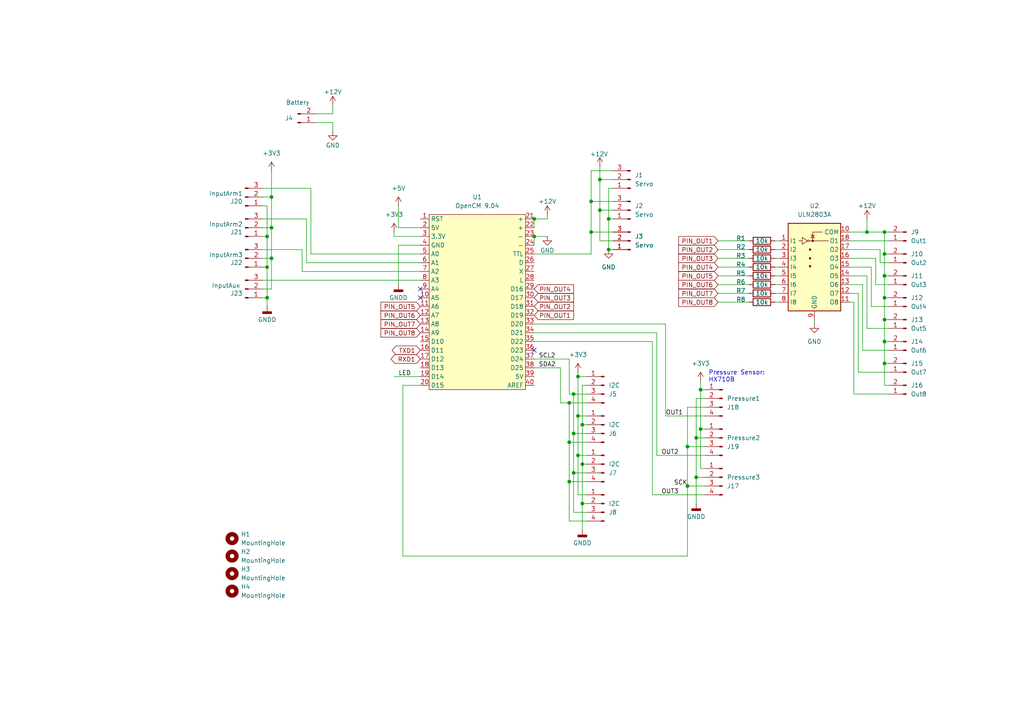
<source format=kicad_sch>
(kicad_sch (version 20231120) (generator "eeschema") (generator_version "8.0")
  (paper "A4")
  (lib_symbols
    (symbol "Connector:Conn_01x02_Pin" (pin_names (offset 1.016) hide)
      (property "Reference" "J" (at 0 2.54 0))
      (property "Value" "Conn_01x02_Pin" (at 0 -5.08 0))
      (symbol "Conn_01x02_Pin_1_1"
        (polyline (pts (xy 1.27 -2.54) (xy 0.8636 -2.54)) (stroke (width 0.1524)))
        (polyline (pts (xy 1.27 0) (xy 0.8636 0)) (stroke (width 0.1524)))
        (rectangle (start 0.8636 -2.413) (end 0 -2.667) (stroke (width 0.1524)) (fill (type outline)))
        (rectangle (start 0.8636 0.127) (end 0 -0.127) (stroke (width 0.1524)) (fill (type outline)))
        (pin passive line (at 5.08 0 180) (length 3.81) (name "Pin_1") (number "1"))
        (pin passive line (at 5.08 -2.54 180) (length 3.81) (name "Pin_2") (number "2"))
      )
    )
    (symbol "Connector:Conn_01x03_Pin" (pin_names (offset 1.016) hide)
      (property "Reference" "J" (at 0 5.08 0))
      (property "Value" "Conn_01x03_Pin" (at 0 -5.08 0))
      (symbol "Conn_01x03_Pin_1_1"
        (polyline (pts (xy 1.27 -2.54) (xy 0.8636 -2.54)) (stroke (width 0.1524)))
        (polyline (pts (xy 1.27 0) (xy 0.8636 0)) (stroke (width 0.1524)))
        (polyline (pts (xy 1.27 2.54) (xy 0.8636 2.54)) (stroke (width 0.1524)))
        (rectangle (start 0.8636 -2.413) (end 0 -2.667) (stroke (width 0.1524)) (fill (type outline)))
        (rectangle (start 0.8636 0.127) (end 0 -0.127) (stroke (width 0.1524)) (fill (type outline)))
        (rectangle (start 0.8636 2.667) (end 0 2.413) (stroke (width 0.1524)) (fill (type outline)))
        (pin passive line (at 5.08 2.54 180) (length 3.81) (name "Pin_1") (number "1"))
        (pin passive line (at 5.08 0 180) (length 3.81) (name "Pin_2") (number "2"))
        (pin passive line (at 5.08 -2.54 180) (length 3.81) (name "Pin_3") (number "3"))
      )
    )
    (symbol "Connector:Conn_01x04_Pin" (pin_names (offset 1.016) hide)
      (property "Reference" "J" (at 0 5.08 0))
      (property "Value" "Conn_01x04_Pin" (at 0 -7.62 0))
      (symbol "Conn_01x04_Pin_1_1"
        (polyline (pts (xy 1.27 -5.08) (xy 0.8636 -5.08)) (stroke (width 0.1524)))
        (polyline (pts (xy 1.27 -2.54) (xy 0.8636 -2.54)) (stroke (width 0.1524)))
        (polyline (pts (xy 1.27 0) (xy 0.8636 0)) (stroke (width 0.1524)))
        (polyline (pts (xy 1.27 2.54) (xy 0.8636 2.54)) (stroke (width 0.1524)))
        (rectangle (start 0.8636 -4.953) (end 0 -5.207) (stroke (width 0.1524)) (fill (type outline)))
        (rectangle (start 0.8636 -2.413) (end 0 -2.667) (stroke (width 0.1524)) (fill (type outline)))
        (rectangle (start 0.8636 0.127) (end 0 -0.127) (stroke (width 0.1524)) (fill (type outline)))
        (rectangle (start 0.8636 2.667) (end 0 2.413) (stroke (width 0.1524)) (fill (type outline)))
        (pin passive line (at 5.08 2.54 180) (length 3.81) (name "Pin_1") (number "1"))
        (pin passive line (at 5.08 0 180) (length 3.81) (name "Pin_2") (number "2"))
        (pin passive line (at 5.08 -2.54 180) (length 3.81) (name "Pin_3") (number "3"))
        (pin passive line (at 5.08 -5.08 180) (length 3.81) (name "Pin_4") (number "4"))
      )
    )
    (symbol "Device:R" (pin_numbers hide) (pin_names (offset 0))
      (property "Reference" "R" (at 2.032 0 90))
      (property "Value" "R" (at 0 0 90))
      (symbol "R_0_1"
        (rectangle (start -1.016 -2.54) (end 1.016 2.54) (stroke (width 0.254)))
      )
      (symbol "R_1_1"
        (pin passive line (at 0 3.81 270) (length 1.27) (name "~") (number "1"))
        (pin passive line (at 0 -3.81 90) (length 1.27) (name "~") (number "2"))
      )
    )
    (symbol "Mechanical:MountingHole" (pin_names (offset 1.016)) (exclude_from_sim yes) (in_bom no)
      (property "Reference" "H" (at 0 5.08 0))
      (property "Value" "MountingHole" (at 0 3.175 0))
      (symbol "MountingHole_0_1"
        (circle (center 0 0) (radius 1.27) (stroke (width 1.27)))
      )
    )
    (symbol "OpenCM:OpenCM9.04"
      (property "Reference" "U?" (at 0 0 0))
      (property "Value" "OpenCM 9.04" (at 0.254 -2.286 0))
      (symbol "OpenCM9.04_1_1"
        (rectangle (start -13.97 1.27) (end 13.97 -49.53) (fill (type background)))
        (pin input line (at -16.51 0 0) (length 2.54) (name "RST") (number "1"))
        (pin bidirectional line (at -16.51 -22.86 0) (length 2.54) (name "A5") (number "10"))
        (pin bidirectional line (at -16.51 -25.4 0) (length 2.54) (name "A6") (number "11"))
        (pin bidirectional line (at -16.51 -27.94 0) (length 2.54) (name "A7") (number "12"))
        (pin bidirectional line (at -16.51 -30.48 0) (length 2.54) (name "A8") (number "13"))
        (pin bidirectional line (at -16.51 -33.02 0) (length 2.54) (name "A9") (number "14"))
        (pin bidirectional line (at -16.51 -35.56 0) (length 2.54) (name "D10") (number "15"))
        (pin bidirectional line (at -16.51 -38.1 0) (length 2.54) (name "D11") (number "16"))
        (pin bidirectional line (at -16.51 -40.64 0) (length 2.54) (name "D12") (number "17"))
        (pin bidirectional line (at -16.51 -43.18 0) (length 2.54) (name "D13") (number "18"))
        (pin bidirectional line (at -16.51 -45.72 0) (length 2.54) (name "D14") (number "19"))
        (pin power_out line (at -16.51 -2.54 0) (length 2.54) (name "5V") (number "2"))
        (pin bidirectional line (at -16.51 -48.26 0) (length 2.54) (name "D15") (number "20"))
        (pin power_in line (at 16.51 0 180) (length 2.54) (name "+") (number "21"))
        (pin power_in line (at 16.51 -2.54 180) (length 2.54) (name "+") (number "22"))
        (pin power_in line (at 16.51 -5.08 180) (length 2.54) (name "-") (number "23"))
        (pin power_in line (at 16.51 -7.62 180) (length 2.54) (name "-") (number "24"))
        (pin bidirectional line (at 16.51 -10.16 180) (length 2.54) (name "TTL") (number "25"))
        (pin bidirectional line (at 16.51 -12.7 180) (length 2.54) (name "D") (number "26"))
        (pin bidirectional line (at 16.51 -15.24 180) (length 2.54) (name "X") (number "27"))
        (pin bidirectional line (at 16.51 -17.78 180) (length 2.54) (name "L") (number "28"))
        (pin bidirectional line (at 16.51 -20.32 180) (length 2.54) (name "D16") (number "29"))
        (pin power_out line (at -16.51 -5.08 0) (length 2.54) (name "3.3V") (number "3"))
        (pin bidirectional line (at 16.51 -22.86 180) (length 2.54) (name "D17") (number "30"))
        (pin bidirectional line (at 16.51 -25.4 180) (length 2.54) (name "D18") (number "31"))
        (pin bidirectional line (at 16.51 -27.94 180) (length 2.54) (name "D19") (number "32"))
        (pin bidirectional line (at 16.51 -30.48 180) (length 2.54) (name "D20") (number "33"))
        (pin bidirectional line (at 16.51 -33.02 180) (length 2.54) (name "D21") (number "34"))
        (pin bidirectional line (at 16.51 -35.56 180) (length 2.54) (name "D22") (number "35"))
        (pin bidirectional line (at 16.51 -38.1 180) (length 2.54) (name "D23") (number "36"))
        (pin bidirectional line (at 16.51 -40.64 180) (length 2.54) (name "D24") (number "37"))
        (pin bidirectional line (at 16.51 -43.18 180) (length 2.54) (name "D25") (number "38"))
        (pin power_out line (at 16.51 -45.72 180) (length 2.54) (name "5V") (number "39"))
        (pin power_in line (at -16.51 -7.62 0) (length 2.54) (name "GND") (number "4"))
        (pin bidirectional line (at 16.51 -48.26 180) (length 2.54) (name "AREF") (number "40"))
        (pin bidirectional line (at -16.51 -10.16 0) (length 2.54) (name "A0") (number "5"))
        (pin bidirectional line (at -16.51 -12.7 0) (length 2.54) (name "A1") (number "6"))
        (pin bidirectional line (at -16.51 -15.24 0) (length 2.54) (name "A2") (number "7"))
        (pin bidirectional line (at -16.51 -17.78 0) (length 2.54) (name "A3") (number "8"))
        (pin bidirectional line (at -16.51 -20.32 0) (length 2.54) (name "A4") (number "9"))
      )
    )
    (symbol "Transistor_Array:ULN2803A"
      (property "Reference" "U" (at 0 13.335 0))
      (property "Value" "ULN2803A" (at 0 11.43 0))
      (symbol "ULN2803A_0_1"
        (rectangle (start -7.62 -15.24) (end 7.62 10.16) (stroke (width 0.254)) (fill (type background)))
        (circle (center -1.778 5.08) (radius 0.254))
        (circle (center -1.27 -2.286) (radius 0.254) (fill (type outline)))
        (circle (center -1.27 0) (radius 0.254) (fill (type outline)))
        (circle (center -1.27 2.54) (radius 0.254) (fill (type outline)))
        (circle (center -0.508 5.08) (radius 0.254) (fill (type outline)))
        (polyline (pts (xy -4.572 5.08) (xy -3.556 5.08)))
        (polyline (pts (xy -1.524 5.08) (xy 4.064 5.08)))
        (polyline (pts (xy 0 6.731) (xy -1.016 6.731)))
        (polyline (pts (xy -0.508 5.08) (xy -0.508 7.62) (xy 2.286 7.62)))
        (polyline (pts (xy -3.556 6.096) (xy -3.556 4.064) (xy -2.032 5.08) (xy -3.556 6.096)))
        (polyline (pts (xy 0 5.969) (xy -1.016 5.969) (xy -0.508 6.731) (xy 0 5.969)))
      )
      (symbol "ULN2803A_1_1"
        (pin input line (at -10.16 5.08 0) (length 2.54) (name "I1") (number "1"))
        (pin passive line (at 10.16 7.62 180) (length 2.54) (name "COM") (number "10"))
        (pin open_collector line (at 10.16 -12.7 180) (length 2.54) (name "O8") (number "11"))
        (pin open_collector line (at 10.16 -10.16 180) (length 2.54) (name "O7") (number "12"))
        (pin open_collector line (at 10.16 -7.62 180) (length 2.54) (name "O6") (number "13"))
        (pin open_collector line (at 10.16 -5.08 180) (length 2.54) (name "O5") (number "14"))
        (pin open_collector line (at 10.16 -2.54 180) (length 2.54) (name "O4") (number "15"))
        (pin open_collector line (at 10.16 0 180) (length 2.54) (name "O3") (number "16"))
        (pin open_collector line (at 10.16 2.54 180) (length 2.54) (name "O2") (number "17"))
        (pin open_collector line (at 10.16 5.08 180) (length 2.54) (name "O1") (number "18"))
        (pin input line (at -10.16 2.54 0) (length 2.54) (name "I2") (number "2"))
        (pin input line (at -10.16 0 0) (length 2.54) (name "I3") (number "3"))
        (pin input line (at -10.16 -2.54 0) (length 2.54) (name "I4") (number "4"))
        (pin input line (at -10.16 -5.08 0) (length 2.54) (name "I5") (number "5"))
        (pin input line (at -10.16 -7.62 0) (length 2.54) (name "I6") (number "6"))
        (pin input line (at -10.16 -10.16 0) (length 2.54) (name "I7") (number "7"))
        (pin input line (at -10.16 -12.7 0) (length 2.54) (name "I8") (number "8"))
        (pin power_in line (at 0 -17.78 90) (length 2.54) (name "GND") (number "9"))
      )
    )
    (symbol "power:+12V" (power) (pin_numbers hide) (pin_names (offset 0) hide)
      (property "Value" "+12V" (at 0 3.556 0))
      (symbol "+12V_0_1"
        (polyline (pts (xy -0.762 1.27) (xy 0 2.54)))
        (polyline (pts (xy 0 0) (xy 0 2.54)))
        (polyline (pts (xy 0 2.54) (xy 0.762 1.27)))
      )
      (symbol "+12V_1_1"
        (pin power_in line (at 0 0 90) (length 0) (name "~") (number "1"))
      )
    )
    (symbol "power:+3V3" (power) (pin_numbers hide) (pin_names (offset 0) hide)
      (property "Value" "+3V3" (at 0 3.556 0))
      (symbol "+3V3_0_1"
        (polyline (pts (xy -0.762 1.27) (xy 0 2.54)))
        (polyline (pts (xy 0 0) (xy 0 2.54)))
        (polyline (pts (xy 0 2.54) (xy 0.762 1.27)))
      )
      (symbol "+3V3_1_1"
        (pin power_in line (at 0 0 90) (length 0) (name "~") (number "1"))
      )
    )
    (symbol "power:+5V" (power) (pin_numbers hide) (pin_names (offset 0) hide)
      (property "Value" "+5V" (at 0 3.556 0))
      (symbol "+5V_0_1"
        (polyline (pts (xy -0.762 1.27) (xy 0 2.54)))
        (polyline (pts (xy 0 0) (xy 0 2.54)))
        (polyline (pts (xy 0 2.54) (xy 0.762 1.27)))
      )
      (symbol "+5V_1_1"
        (pin power_in line (at 0 0 90) (length 0) (name "~") (number "1"))
      )
    )
    (symbol "power:GND" (power) (pin_numbers hide) (pin_names (offset 0) hide)
      (property "Value" "GND" (at 0 -3.81 0))
      (symbol "GND_0_1"
        (polyline (pts (xy 0 0) (xy 0 -1.27) (xy 1.27 -1.27) (xy 0 -2.54) (xy -1.27 -1.27) (xy 0 -1.27)))
      )
      (symbol "GND_1_1"
        (pin power_in line (at 0 0 270) (length 0) (name "~") (number "1"))
      )
    )
    (symbol "power:GNDD" (power) (pin_numbers hide) (pin_names (offset 0) hide)
      (property "Value" "GNDD" (at 0 -3.175 0))
      (symbol "GNDD_0_1"
        (rectangle (start -1.27 -1.524) (end 1.27 -2.032) (stroke (width 0.254)) (fill (type outline)))
        (polyline (pts (xy 0 0) (xy 0 -1.524)))
      )
      (symbol "GNDD_1_1"
        (pin power_in line (at 0 0 270) (length 0) (name "~") (number "1"))
      )
    )
  )
  (junction (at 165.1 128.27))
  (junction (at 256.54 73.66))
  (junction (at 256.54 99.06))
  (junction (at 168.91 134.62))
  (junction (at 165.1 116.84))
  (junction (at 256.54 80.01))
  (junction (at 165.1 139.7))
  (junction (at 176.53 63.5))
  (junction (at 256.54 86.36))
  (junction (at 201.93 138.43))
  (junction (at 166.37 125.73))
  (junction (at 78.74 57.15))
  (junction (at 176.53 72.39))
  (junction (at 201.93 127))
  (junction (at 168.91 123.19))
  (junction (at 171.45 67.31))
  (junction (at 171.45 58.42))
  (junction (at 77.47 68.58))
  (junction (at 166.37 114.3))
  (junction (at 199.39 140.97))
  (junction (at 199.39 129.54))
  (junction (at 167.64 109.22))
  (junction (at 167.64 132.08))
  (junction (at 78.74 66.04))
  (junction (at 256.54 105.41))
  (junction (at 154.94 68.58))
  (junction (at 256.54 92.71))
  (junction (at 251.46 67.31))
  (junction (at 154.94 63.5))
  (junction (at 168.91 146.05))
  (junction (at 203.2 113.03))
  (junction (at 167.64 120.65))
  (junction (at 173.99 52.07))
  (junction (at 203.2 124.46))
  (junction (at 166.37 137.16))
  (junction (at 77.47 86.36))
  (junction (at 173.99 60.96))
  (junction (at 78.74 74.93))
  (junction (at 256.54 67.31))
  (junction (at 77.47 77.47))
  (no_connect (at 121.92 86.36))
  (no_connect (at 121.92 83.82))
  (no_connect (at 154.94 101.6))
  (wire (pts (xy 77.47 86.36) (xy 77.47 77.47)))
  (wire (pts (xy 166.37 114.3) (xy 170.18 114.3)))
  (wire (pts (xy 203.2 113.03) (xy 203.2 124.46)))
  (wire (pts (xy 90.17 73.66) (xy 121.92 73.66)))
  (wire (pts (xy 76.2 83.82) (xy 78.74 83.82)))
  (wire (pts (xy 88.9 76.2) (xy 121.92 76.2)))
  (wire (pts (xy 76.2 63.5) (xy 88.9 63.5)))
  (wire (pts (xy 246.38 87.63) (xy 247.65 87.63)))
  (wire (pts (xy 208.28 82.55) (xy 217.17 82.55)))
  (wire (pts (xy 255.27 72.39) (xy 255.27 76.2)))
  (wire (pts (xy 114.3 109.22) (xy 121.92 109.22)))
  (wire (pts (xy 208.28 77.47) (xy 217.17 77.47)))
  (wire (pts (xy 247.65 114.3) (xy 247.65 87.63)))
  (wire (pts (xy 257.81 111.76) (xy 256.54 111.76)))
  (wire (pts (xy 189.23 99.06) (xy 154.94 99.06)))
  (wire (pts (xy 162.56 116.84) (xy 165.1 116.84)))
  (wire (pts (xy 204.47 118.11) (xy 199.39 118.11)))
  (wire (pts (xy 236.22 92.71) (xy 236.22 93.98)))
  (wire (pts (xy 170.18 148.59) (xy 166.37 148.59)))
  (wire (pts (xy 165.1 128.27) (xy 170.18 128.27)))
  (wire (pts (xy 76.2 59.69) (xy 77.47 59.69)))
  (wire (pts (xy 170.18 137.16) (xy 166.37 137.16)))
  (wire (pts (xy 248.92 107.95) (xy 257.81 107.95)))
  (wire (pts (xy 256.54 80.01) (xy 256.54 73.66)))
  (wire (pts (xy 166.37 137.16) (xy 166.37 125.73)))
  (wire (pts (xy 190.5 132.08) (xy 204.47 132.08)))
  (wire (pts (xy 257.81 114.3) (xy 247.65 114.3)))
  (wire (pts (xy 224.79 74.93) (xy 226.06 74.93)))
  (wire (pts (xy 76.2 81.28) (xy 121.92 81.28)))
  (wire (pts (xy 173.99 69.85) (xy 177.8 69.85)))
  (wire (pts (xy 96.52 33.02) (xy 91.44 33.02)))
  (wire (pts (xy 224.79 80.01) (xy 226.06 80.01)))
  (wire (pts (xy 248.92 85.09) (xy 248.92 107.95)))
  (wire (pts (xy 78.74 57.15) (xy 78.74 49.53)))
  (wire (pts (xy 246.38 74.93) (xy 254 74.93)))
  (wire (pts (xy 201.93 138.43) (xy 201.93 127)))
  (wire (pts (xy 154.94 68.58) (xy 154.94 71.12)))
  (wire (pts (xy 114.3 68.58) (xy 121.92 68.58)))
  (wire (pts (xy 116.84 161.29) (xy 199.39 161.29)))
  (wire (pts (xy 165.1 116.84) (xy 170.18 116.84)))
  (wire (pts (xy 78.74 66.04) (xy 76.2 66.04)))
  (wire (pts (xy 96.52 35.56) (xy 96.52 38.1)))
  (wire (pts (xy 208.28 72.39) (xy 217.17 72.39)))
  (wire (pts (xy 166.37 114.3) (xy 166.37 125.73)))
  (wire (pts (xy 78.74 74.93) (xy 78.74 83.82)))
  (wire (pts (xy 171.45 49.53) (xy 171.45 58.42)))
  (wire (pts (xy 77.47 77.47) (xy 76.2 77.47)))
  (wire (pts (xy 176.53 63.5) (xy 177.8 63.5)))
  (wire (pts (xy 154.94 93.98) (xy 193.04 93.98)))
  (wire (pts (xy 251.46 95.25) (xy 251.46 80.01)))
  (wire (pts (xy 252.73 88.9) (xy 257.81 88.9)))
  (wire (pts (xy 177.8 49.53) (xy 171.45 49.53)))
  (wire (pts (xy 168.91 111.76) (xy 170.18 111.76)))
  (wire (pts (xy 165.1 116.84) (xy 165.1 128.27)))
  (wire (pts (xy 96.52 30.48) (xy 96.52 33.02)))
  (wire (pts (xy 203.2 110.49) (xy 203.2 113.03)))
  (wire (pts (xy 203.2 124.46) (xy 203.2 135.89)))
  (wire (pts (xy 251.46 67.31) (xy 256.54 67.31)))
  (wire (pts (xy 254 82.55) (xy 254 74.93)))
  (wire (pts (xy 176.53 72.39) (xy 176.53 63.5)))
  (wire (pts (xy 224.79 69.85) (xy 226.06 69.85)))
  (wire (pts (xy 78.74 57.15) (xy 78.74 66.04)))
  (wire (pts (xy 256.54 99.06) (xy 256.54 92.71)))
  (wire (pts (xy 176.53 63.5) (xy 176.53 54.61)))
  (wire (pts (xy 173.99 60.96) (xy 173.99 69.85)))
  (wire (pts (xy 116.84 111.76) (xy 116.84 161.29)))
  (wire (pts (xy 246.38 77.47) (xy 252.73 77.47)))
  (wire (pts (xy 257.81 82.55) (xy 254 82.55)))
  (wire (pts (xy 246.38 69.85) (xy 257.81 69.85)))
  (wire (pts (xy 77.47 68.58) (xy 76.2 68.58)))
  (wire (pts (xy 189.23 143.51) (xy 189.23 99.06)))
  (wire (pts (xy 256.54 92.71) (xy 256.54 86.36)))
  (wire (pts (xy 167.64 120.65) (xy 167.64 109.22)))
  (wire (pts (xy 154.94 104.14) (xy 165.1 104.14)))
  (wire (pts (xy 77.47 86.36) (xy 77.47 88.9)))
  (wire (pts (xy 224.79 72.39) (xy 226.06 72.39)))
  (wire (pts (xy 77.47 68.58) (xy 77.47 77.47)))
  (wire (pts (xy 87.63 72.39) (xy 76.2 72.39)))
  (wire (pts (xy 199.39 129.54) (xy 199.39 140.97)))
  (wire (pts (xy 257.81 95.25) (xy 251.46 95.25)))
  (wire (pts (xy 251.46 63.5) (xy 251.46 67.31)))
  (wire (pts (xy 171.45 58.42) (xy 177.8 58.42)))
  (wire (pts (xy 167.64 143.51) (xy 167.64 132.08)))
  (wire (pts (xy 208.28 74.93) (xy 217.17 74.93)))
  (wire (pts (xy 165.1 114.3) (xy 165.1 104.14)))
  (wire (pts (xy 256.54 86.36) (xy 257.81 86.36)))
  (wire (pts (xy 115.57 71.12) (xy 121.92 71.12)))
  (wire (pts (xy 76.2 86.36) (xy 77.47 86.36)))
  (wire (pts (xy 171.45 67.31) (xy 171.45 58.42)))
  (wire (pts (xy 154.94 96.52) (xy 190.5 96.52)))
  (wire (pts (xy 166.37 114.3) (xy 165.1 114.3)))
  (wire (pts (xy 201.93 146.05) (xy 201.93 138.43)))
  (wire (pts (xy 256.54 111.76) (xy 256.54 105.41)))
  (wire (pts (xy 224.79 77.47) (xy 226.06 77.47)))
  (wire (pts (xy 171.45 73.66) (xy 171.45 67.31)))
  (wire (pts (xy 224.79 82.55) (xy 226.06 82.55)))
  (wire (pts (xy 170.18 120.65) (xy 167.64 120.65)))
  (wire (pts (xy 201.93 115.57) (xy 204.47 115.57)))
  (wire (pts (xy 78.74 66.04) (xy 78.74 74.93)))
  (wire (pts (xy 204.47 143.51) (xy 189.23 143.51)))
  (wire (pts (xy 115.57 82.55) (xy 115.57 71.12)))
  (wire (pts (xy 251.46 80.01) (xy 246.38 80.01)))
  (wire (pts (xy 167.64 109.22) (xy 167.64 107.95)))
  (wire (pts (xy 256.54 67.31) (xy 257.81 67.31)))
  (wire (pts (xy 224.79 85.09) (xy 226.06 85.09)))
  (wire (pts (xy 208.28 85.09) (xy 217.17 85.09)))
  (wire (pts (xy 167.64 132.08) (xy 167.64 120.65)))
  (wire (pts (xy 250.19 101.6) (xy 257.81 101.6)))
  (wire (pts (xy 256.54 86.36) (xy 256.54 80.01)))
  (wire (pts (xy 154.94 68.58) (xy 158.75 68.58)))
  (wire (pts (xy 165.1 151.13) (xy 165.1 139.7)))
  (wire (pts (xy 199.39 118.11) (xy 199.39 129.54)))
  (wire (pts (xy 176.53 54.61) (xy 177.8 54.61)))
  (wire (pts (xy 201.93 127) (xy 201.93 115.57)))
  (wire (pts (xy 173.99 60.96) (xy 177.8 60.96)))
  (wire (pts (xy 165.1 139.7) (xy 165.1 128.27)))
  (wire (pts (xy 199.39 161.29) (xy 199.39 140.97)))
  (wire (pts (xy 168.91 134.62) (xy 168.91 123.19)))
  (wire (pts (xy 76.2 57.15) (xy 78.74 57.15)))
  (wire (pts (xy 168.91 146.05) (xy 168.91 153.67)))
  (wire (pts (xy 177.8 72.39) (xy 176.53 72.39)))
  (wire (pts (xy 162.56 106.68) (xy 154.94 106.68)))
  (wire (pts (xy 76.2 54.61) (xy 90.17 54.61)))
  (wire (pts (xy 256.54 99.06) (xy 257.81 99.06)))
  (wire (pts (xy 201.93 127) (xy 204.47 127)))
  (wire (pts (xy 190.5 96.52) (xy 190.5 132.08)))
  (wire (pts (xy 193.04 120.65) (xy 204.47 120.65)))
  (wire (pts (xy 177.8 52.07) (xy 173.99 52.07)))
  (wire (pts (xy 208.28 87.63) (xy 217.17 87.63)))
  (wire (pts (xy 170.18 151.13) (xy 165.1 151.13)))
  (wire (pts (xy 158.75 63.5) (xy 158.75 62.23)))
  (wire (pts (xy 90.17 54.61) (xy 90.17 73.66)))
  (wire (pts (xy 246.38 72.39) (xy 255.27 72.39)))
  (wire (pts (xy 154.94 73.66) (xy 171.45 73.66)))
  (wire (pts (xy 173.99 52.07) (xy 173.99 48.26)))
  (wire (pts (xy 87.63 78.74) (xy 121.92 78.74)))
  (wire (pts (xy 173.99 52.07) (xy 173.99 60.96)))
  (wire (pts (xy 204.47 124.46) (xy 203.2 124.46)))
  (wire (pts (xy 154.94 63.5) (xy 158.75 63.5)))
  (wire (pts (xy 115.57 59.69) (xy 115.57 66.04)))
  (wire (pts (xy 87.63 72.39) (xy 87.63 78.74)))
  (wire (pts (xy 168.91 123.19) (xy 170.18 123.19)))
  (wire (pts (xy 170.18 125.73) (xy 166.37 125.73)))
  (wire (pts (xy 204.47 113.03) (xy 203.2 113.03)))
  (wire (pts (xy 78.74 74.93) (xy 76.2 74.93)))
  (wire (pts (xy 165.1 139.7) (xy 170.18 139.7)))
  (wire (pts (xy 246.38 67.31) (xy 251.46 67.31)))
  (wire (pts (xy 256.54 73.66) (xy 257.81 73.66)))
  (wire (pts (xy 252.73 77.47) (xy 252.73 88.9)))
  (wire (pts (xy 121.92 111.76) (xy 116.84 111.76)))
  (wire (pts (xy 166.37 148.59) (xy 166.37 137.16)))
  (wire (pts (xy 168.91 146.05) (xy 168.91 134.62)))
  (wire (pts (xy 255.27 76.2) (xy 257.81 76.2)))
  (wire (pts (xy 199.39 140.97) (xy 204.47 140.97)))
  (wire (pts (xy 203.2 135.89) (xy 204.47 135.89)))
  (wire (pts (xy 170.18 146.05) (xy 168.91 146.05)))
  (wire (pts (xy 170.18 132.08) (xy 167.64 132.08)))
  (wire (pts (xy 256.54 73.66) (xy 256.54 67.31)))
  (wire (pts (xy 246.38 85.09) (xy 248.92 85.09)))
  (wire (pts (xy 256.54 105.41) (xy 257.81 105.41)))
  (wire (pts (xy 115.57 66.04) (xy 121.92 66.04)))
  (wire (pts (xy 88.9 63.5) (xy 88.9 76.2)))
  (wire (pts (xy 199.39 129.54) (xy 204.47 129.54)))
  (wire (pts (xy 168.91 123.19) (xy 168.91 111.76)))
  (wire (pts (xy 201.93 138.43) (xy 204.47 138.43)))
  (wire (pts (xy 208.28 80.01) (xy 217.17 80.01)))
  (wire (pts (xy 256.54 80.01) (xy 257.81 80.01)))
  (wire (pts (xy 162.56 116.84) (xy 162.56 106.68)))
  (wire (pts (xy 256.54 105.41) (xy 256.54 99.06)))
  (wire (pts (xy 170.18 109.22) (xy 167.64 109.22)))
  (wire (pts (xy 170.18 143.51) (xy 167.64 143.51)))
  (wire (pts (xy 114.3 67.31) (xy 114.3 68.58)))
  (wire (pts (xy 177.8 67.31) (xy 171.45 67.31)))
  (wire (pts (xy 246.38 82.55) (xy 250.19 82.55)))
  (wire (pts (xy 224.79 87.63) (xy 226.06 87.63)))
  (wire (pts (xy 154.94 63.5) (xy 154.94 66.04)))
  (wire (pts (xy 250.19 82.55) (xy 250.19 101.6)))
  (wire (pts (xy 193.04 120.65) (xy 193.04 93.98)))
  (wire (pts (xy 77.47 59.69) (xy 77.47 68.58)))
  (wire (pts (xy 256.54 92.71) (xy 257.81 92.71)))
  (wire (pts (xy 168.91 134.62) (xy 170.18 134.62)))
  (wire (pts (xy 208.28 69.85) (xy 217.17 69.85)))
  (wire (pts (xy 91.44 35.56) (xy 96.52 35.56)))
  (text "Pressure Sensor:\nHX710B" (at 205.486 109.22 0) (effects (font (size 1.27 1.27)) (justify left)))
  (label "SCK" (at 199.39 140.97 180))
  (label "OUT3" (at 196.85 143.51 180))
  (label "LED" (at 115.57 109.22 0))
  (label "OUT1" (at 198.12 120.65 180))
  (label "SCL2" (at 156.21 104.14 0))
  (label "SDA2" (at 156.21 106.68 0))
  (label "OUT2" (at 196.85 132.08 180))
  (global_label "PIN_OUT2" (shape input) (at 154.94 88.9 0) (property "Intersheetrefs" "${INTERSHEET_REFS}" (effects (hide yes))))
  (global_label "PIN_OUT1" (shape input) (at 154.94 91.44 0) (property "Intersheetrefs" "${INTERSHEET_REFS}" (effects (hide yes))))
  (global_label "PIN_OUT3" (shape input) (at 208.28 74.93 180) (property "Intersheetrefs" "${INTERSHEET_REFS}" (effects (hide yes))))
  (global_label "TXD1" (shape bidirectional) (at 121.92 101.6 180) (property "Intersheetrefs" "${INTERSHEET_REFS}" (effects (hide yes))))
  (global_label "PIN_OUT7" (shape input) (at 121.92 93.98 180) (property "Intersheetrefs" "${INTERSHEET_REFS}" (effects (hide yes))))
  (global_label "PIN_OUT4" (shape input) (at 154.94 83.82 0) (property "Intersheetrefs" "${INTERSHEET_REFS}" (effects (hide yes))))
  (global_label "PIN_OUT6" (shape input) (at 121.92 91.44 180) (property "Intersheetrefs" "${INTERSHEET_REFS}" (effects (hide yes))))
  (global_label "PIN_OUT3" (shape input) (at 154.94 86.36 0) (property "Intersheetrefs" "${INTERSHEET_REFS}" (effects (hide yes))))
  (global_label "PIN_OUT4" (shape input) (at 208.28 77.47 180) (property "Intersheetrefs" "${INTERSHEET_REFS}" (effects (hide yes))))
  (global_label "PIN_OUT5" (shape input) (at 121.92 88.9 180) (property "Intersheetrefs" "${INTERSHEET_REFS}" (effects (hide yes))))
  (global_label "PIN_OUT5" (shape input) (at 208.28 80.01 180) (property "Intersheetrefs" "${INTERSHEET_REFS}" (effects (hide yes))))
  (global_label "RXD1" (shape bidirectional) (at 121.92 104.14 180) (property "Intersheetrefs" "${INTERSHEET_REFS}" (effects (hide yes))))
  (global_label "PIN_OUT2" (shape input) (at 208.28 72.39 180) (property "Intersheetrefs" "${INTERSHEET_REFS}" (effects (hide yes))))
  (global_label "PIN_OUT8" (shape input) (at 208.28 87.63 180) (property "Intersheetrefs" "${INTERSHEET_REFS}" (effects (hide yes))))
  (global_label "PIN_OUT7" (shape input) (at 208.28 85.09 180) (property "Intersheetrefs" "${INTERSHEET_REFS}" (effects (hide yes))))
  (global_label "PIN_OUT6" (shape input) (at 208.28 82.55 180) (property "Intersheetrefs" "${INTERSHEET_REFS}" (effects (hide yes))))
  (global_label "PIN_OUT8" (shape input) (at 121.92 96.52 180) (property "Intersheetrefs" "${INTERSHEET_REFS}" (effects (hide yes))))
  (global_label "PIN_OUT1" (shape input) (at 208.28 69.85 180) (property "Intersheetrefs" "${INTERSHEET_REFS}" (effects (hide yes))))
  (symbol (lib_id "Device:R") (at 220.98 74.93 90) (unit 1)
    (property "Reference" "R3" (at 214.884 74.168 90))
    (property "Value" "10k" (at 220.98 74.93 90))
    (property "Footprint" "Resistor_SMD:R_0603_1608Metric" (effects (hide yes)))
    (property "Description" "Resistor" (effects (hide yes)))
  )
  (symbol (lib_id "Device:R") (at 220.98 80.01 90) (unit 1)
    (property "Reference" "R5" (at 214.884 79.248 90))
    (property "Value" "10k" (at 220.98 80.01 90))
    (property "Footprint" "Resistor_SMD:R_0603_1608Metric" (effects (hide yes)))
    (property "Description" "Resistor" (effects (hide yes)))
  )
  (symbol (lib_id "Connector:Conn_01x04_Pin") (at 175.26 111.76 0) (mirror y) (unit 1)
    (property "Reference" "J5" (at 176.53 114.3001 0) (effects (justify right)))
    (property "Value" "I2C" (at 176.53 111.7601 0) (effects (justify right)))
    (property "Footprint" "Connector_JST:JST_XH_B4B-XH-A_1x04_P2.50mm_Vertical" (effects (hide yes)))
    (property "Description" "Generic connector, single row, 01x04, script generated" (effects (hide yes)))
  )
  (symbol (lib_id "power:+5V") (at 115.57 59.69 0) (unit 1)
    (property "Reference" "#PWR04" (effects (hide yes)))
    (property "Value" "+5V" (at 115.57 54.61 0))
    (property "Description" "Power symbol creates a global label with name \"+5V\"" (effects (hide yes)))
  )
  (symbol (lib_id "power:GNDD") (at 77.47 88.9 0) (unit 1)
    (property "Reference" "#PWR017" (effects (hide yes)))
    (property "Value" "GNDD" (at 77.47 92.71 0))
    (property "Description" "Power symbol creates a global label with name \"GNDD\" , digital ground" (effects (hide yes)))
  )
  (symbol (lib_id "power:GNDD") (at 168.91 153.67 0) (unit 1)
    (property "Reference" "#PWR013" (effects (hide yes)))
    (property "Value" "GNDD" (at 168.91 157.48 0))
    (property "Description" "Power symbol creates a global label with name \"GNDD\" , digital ground" (effects (hide yes)))
  )
  (symbol (lib_id "Connector:Conn_01x02_Pin") (at 86.36 35.56 0) (mirror x) (unit 1)
    (property "Reference" "J4" (at 83.82 34.29 0))
    (property "Value" "Battery" (at 86.36 29.718 0))
    (property "Footprint" "Connector_AMASS:AMASS_XT30PW-M_1x02_P2.50mm_Horizontal" (effects (hide yes)))
    (property "Description" "Generic connector, single row, 01x02, script generated" (effects (hide yes)))
  )
  (symbol (lib_id "power:+3V3") (at 78.74 49.53 0) (unit 1)
    (property "Reference" "#PWR016" (effects (hide yes)))
    (property "Value" "+3V3" (at 78.74 44.45 0))
    (property "Description" "Power symbol creates a global label with name \"+3V3\"" (effects (hide yes)))
  )
  (symbol (lib_id "Transistor_Array:ULN2803A") (at 236.22 74.93 0) (unit 1)
    (property "Reference" "U2" (at 236.22 59.69 0))
    (property "Value" "ULN2803A" (at 236.22 62.23 0))
    (property "Footprint" "Package_SO:SOIC-18W_7.5x11.6mm_P1.27mm" (effects (hide yes)))
    (property "Datasheet" "http://www.ti.com/lit/ds/symlink/uln2803a.pdf" (effects (hide yes)))
    (property "Description" "Darlington Transistor Arrays, SOIC18/DIP18" (effects (hide yes)))
  )
  (symbol (lib_id "OpenCM:OpenCM9.04") (at 138.43 63.5 0) (unit 1)
    (property "Reference" "U1" (at 138.43 57.15 0))
    (property "Value" "OpenCM 9.04" (at 138.43 59.69 0))
    (property "Footprint" "OpenCM:OpenCM9.04" (effects (hide yes)))
    (property "Datasheet" "https://emanual.robotis.com/docs/en/parts/controller/opencm904/" (effects (hide yes)))
  )
  (symbol (lib_id "power:+3V3") (at 167.64 107.95 0) (unit 1)
    (property "Reference" "#PWR012" (effects (hide yes)))
    (property "Value" "+3V3" (at 167.64 102.87 0))
    (property "Description" "Power symbol creates a global label with name \"+3V3\"" (effects (hide yes)))
  )
  (symbol (lib_id "Connector:Conn_01x03_Pin") (at 182.88 69.85 180) (unit 1)
    (property "Reference" "J3" (at 184.15 68.5799 0) (effects (justify right)))
    (property "Value" "Servo" (at 184.15 71.1199 0) (effects (justify right)))
    (property "Footprint" "Connector_JST:JST_EH_B3B-EH-A_1x03_P2.50mm_Vertical" (effects (hide yes)))
    (property "Description" "Generic connector, single row, 01x03, script generated" (effects (hide yes)))
  )
  (symbol (lib_id "Connector:Conn_01x02_Pin") (at 262.89 82.55 180) (unit 1)
    (property "Reference" "J11" (at 264.16 80.0099 0) (effects (justify right)))
    (property "Value" "Out3" (at 264.16 82.5499 0) (effects (justify right)))
    (property "Footprint" "Connector_JST:JST_XH_B2B-XH-A_1x02_P2.50mm_Vertical" (effects (hide yes)))
    (property "Description" "Generic connector, single row, 01x02, script generated" (effects (hide yes)))
  )
  (symbol (lib_id "power:GND") (at 176.53 72.39 0) (unit 1)
    (property "Reference" "#PWR06" (effects (hide yes)))
    (property "Value" "GND" (at 176.53 77.47 0))
    (property "Description" "Power symbol creates a global label with name \"GND\" , ground" (effects (hide yes)))
  )
  (symbol (lib_id "Connector:Conn_01x02_Pin") (at 262.89 69.85 180) (unit 1)
    (property "Reference" "J9" (at 264.16 67.3099 0) (effects (justify right)))
    (property "Value" "Out1" (at 264.16 69.8499 0) (effects (justify right)))
    (property "Footprint" "Connector_JST:JST_XH_B2B-XH-A_1x02_P2.50mm_Vertical" (effects (hide yes)))
    (property "Description" "Generic connector, single row, 01x02, script generated" (effects (hide yes)))
  )
  (symbol (lib_id "Device:R") (at 220.98 77.47 90) (unit 1)
    (property "Reference" "R4" (at 214.884 76.708 90))
    (property "Value" "10k" (at 220.98 77.47 90))
    (property "Footprint" "Resistor_SMD:R_0603_1608Metric" (effects (hide yes)))
    (property "Description" "Resistor" (effects (hide yes)))
  )
  (symbol (lib_id "Device:R") (at 220.98 85.09 90) (unit 1)
    (property "Reference" "R7" (at 214.884 84.328 90))
    (property "Value" "10k" (at 220.98 85.09 90))
    (property "Footprint" "Resistor_SMD:R_0603_1608Metric" (effects (hide yes)))
    (property "Description" "Resistor" (effects (hide yes)))
  )
  (symbol (lib_id "power:GND") (at 158.75 68.58 0) (unit 1)
    (property "Reference" "#PWR01" (effects (hide yes)))
    (property "Value" "GND" (at 158.75 72.644 0))
    (property "Description" "Power symbol creates a global label with name \"GND\" , ground" (effects (hide yes)))
  )
  (symbol (lib_id "Connector:Conn_01x04_Pin") (at 175.26 123.19 0) (mirror y) (unit 1)
    (property "Reference" "J6" (at 176.53 125.7301 0) (effects (justify right)))
    (property "Value" "I2C" (at 176.53 123.1901 0) (effects (justify right)))
    (property "Footprint" "Connector_JST:JST_XH_B4B-XH-A_1x04_P2.50mm_Vertical" (effects (hide yes)))
    (property "Description" "Generic connector, single row, 01x04, script generated" (effects (hide yes)))
  )
  (symbol (lib_id "power:GND") (at 236.22 93.98 0) (unit 1)
    (property "Reference" "#PWR011" (effects (hide yes)))
    (property "Value" "GND" (at 236.22 99.06 0))
    (property "Description" "Power symbol creates a global label with name \"GND\" , ground" (effects (hide yes)))
  )
  (symbol (lib_id "power:+3V3") (at 114.3 67.31 0) (unit 1)
    (property "Reference" "#PWR03" (effects (hide yes)))
    (property "Value" "+3V3" (at 114.3 62.23 0))
    (property "Description" "Power symbol creates a global label with name \"+3V3\"" (effects (hide yes)))
  )
  (symbol (lib_id "Connector:Conn_01x03_Pin") (at 182.88 60.96 180) (unit 1)
    (property "Reference" "J2" (at 184.15 59.6899 0) (effects (justify right)))
    (property "Value" "Servo" (at 184.15 62.2299 0) (effects (justify right)))
    (property "Footprint" "Connector_JST:JST_EH_B3B-EH-A_1x03_P2.50mm_Vertical" (effects (hide yes)))
    (property "Description" "Generic connector, single row, 01x03, script generated" (effects (hide yes)))
  )
  (symbol (lib_id "Mechanical:MountingHole") (at 67.31 161.29 0) (unit 1) (exclude_from_sim yes) (in_bom no)
    (property "Reference" "H2" (at 69.85 160.0199 0) (effects (justify left)))
    (property "Value" "MountingHole" (at 69.85 162.5599 0) (effects (justify left)))
    (property "Footprint" "MountingHole:MountingHole_3.2mm_M3" (effects (hide yes)))
    (property "Description" "Mounting Hole without connection" (effects (hide yes)))
  )
  (symbol (lib_id "power:GNDD") (at 201.93 146.05 0) (mirror y) (unit 1)
    (property "Reference" "#PWR014" (effects (hide yes)))
    (property "Value" "GNDD" (at 201.93 149.86 0))
    (property "Description" "Power symbol creates a global label with name \"GNDD\" , digital ground" (effects (hide yes)))
  )
  (symbol (lib_id "power:GNDD") (at 115.57 82.55 0) (unit 1)
    (property "Reference" "#PWR02" (effects (hide yes)))
    (property "Value" "GNDD" (at 115.57 86.36 0))
    (property "Description" "Power symbol creates a global label with name \"GNDD\" , digital ground" (effects (hide yes)))
  )
  (symbol (lib_id "Connector:Conn_01x02_Pin") (at 262.89 95.25 180) (unit 1)
    (property "Reference" "J13" (at 264.16 92.7099 0) (effects (justify right)))
    (property "Value" "Out5" (at 264.16 95.2499 0) (effects (justify right)))
    (property "Footprint" "Connector_JST:JST_XH_B2B-XH-A_1x02_P2.50mm_Vertical" (effects (hide yes)))
    (property "Description" "Generic connector, single row, 01x02, script generated" (effects (hide yes)))
  )
  (symbol (lib_id "Connector:Conn_01x04_Pin") (at 209.55 115.57 0) (mirror y) (unit 1)
    (property "Reference" "J18" (at 210.82 118.1101 0) (effects (justify right)))
    (property "Value" "Pressure1" (at 210.82 115.5701 0) (effects (justify right)))
    (property "Footprint" "Connector_JST:JST_XH_B4B-XH-A_1x04_P2.50mm_Vertical" (effects (hide yes)))
    (property "Description" "Generic connector, single row, 01x04, script generated" (effects (hide yes)))
  )
  (symbol (lib_id "power:+12V") (at 96.52 30.48 0) (unit 1)
    (property "Reference" "#PWR09" (effects (hide yes)))
    (property "Value" "+12V" (at 96.52 26.67 0))
    (property "Description" "Power symbol creates a global label with name \"+12V\"" (effects (hide yes)))
  )
  (symbol (lib_id "Connector:Conn_01x02_Pin") (at 262.89 76.2 180) (unit 1)
    (property "Reference" "J10" (at 264.16 73.6599 0) (effects (justify right)))
    (property "Value" "Out2" (at 264.16 76.1999 0) (effects (justify right)))
    (property "Footprint" "Connector_JST:JST_XH_B2B-XH-A_1x02_P2.50mm_Vertical" (effects (hide yes)))
    (property "Description" "Generic connector, single row, 01x02, script generated" (effects (hide yes)))
  )
  (symbol (lib_id "Mechanical:MountingHole") (at 67.31 156.21 0) (unit 1) (exclude_from_sim yes) (in_bom no)
    (property "Reference" "H1" (at 69.85 154.9399 0) (effects (justify left)))
    (property "Value" "MountingHole" (at 69.85 157.4799 0) (effects (justify left)))
    (property "Footprint" "MountingHole:MountingHole_3.2mm_M3" (effects (hide yes)))
    (property "Description" "Mounting Hole without connection" (effects (hide yes)))
  )
  (symbol (lib_id "Connector:Conn_01x02_Pin") (at 262.89 107.95 180) (unit 1)
    (property "Reference" "J15" (at 264.16 105.4099 0) (effects (justify right)))
    (property "Value" "Out7" (at 264.16 107.9499 0) (effects (justify right)))
    (property "Footprint" "Connector_JST:JST_XH_B2B-XH-A_1x02_P2.50mm_Vertical" (effects (hide yes)))
    (property "Description" "Generic connector, single row, 01x02, script generated" (effects (hide yes)))
  )
  (symbol (lib_id "Device:R") (at 220.98 72.39 90) (unit 1)
    (property "Reference" "R2" (at 214.884 71.628 90))
    (property "Value" "10k" (at 220.98 72.39 90))
    (property "Footprint" "Resistor_SMD:R_0603_1608Metric" (effects (hide yes)))
    (property "Description" "Resistor" (effects (hide yes)))
  )
  (symbol (lib_id "Connector:Conn_01x04_Pin") (at 175.26 134.62 0) (mirror y) (unit 1)
    (property "Reference" "J7" (at 176.53 137.1601 0) (effects (justify right)))
    (property "Value" "I2C" (at 176.53 134.6201 0) (effects (justify right)))
    (property "Footprint" "Connector_JST:JST_XH_B4B-XH-A_1x04_P2.50mm_Vertical" (effects (hide yes)))
    (property "Description" "Generic connector, single row, 01x04, script generated" (effects (hide yes)))
  )
  (symbol (lib_id "Connector:Conn_01x02_Pin") (at 262.89 88.9 180) (unit 1)
    (property "Reference" "J12" (at 264.16 86.3599 0) (effects (justify right)))
    (property "Value" "Out4" (at 264.16 88.8999 0) (effects (justify right)))
    (property "Footprint" "Connector_JST:JST_XH_B2B-XH-A_1x02_P2.50mm_Vertical" (effects (hide yes)))
    (property "Description" "Generic connector, single row, 01x02, script generated" (effects (hide yes)))
  )
  (symbol (lib_id "Connector:Conn_01x03_Pin") (at 71.12 74.93 0) (mirror x) (unit 1)
    (property "Reference" "J22" (at 68.58 76.2 0))
    (property "Value" "InputArm3" (at 65.532 73.914 0))
    (property "Footprint" "Connector_JST:JST_XH_B3B-XH-A_1x03_P2.50mm_Vertical" (effects (hide yes)))
    (property "Description" "Generic connector, single row, 01x03, script generated" (effects (hide yes)))
  )
  (symbol (lib_id "Device:R") (at 220.98 69.85 90) (unit 1)
    (property "Reference" "R1" (at 214.884 69.088 90))
    (property "Value" "10k" (at 220.98 69.85 90))
    (property "Footprint" "Resistor_SMD:R_0603_1608Metric" (effects (hide yes)))
    (property "Description" "Resistor" (effects (hide yes)))
  )
  (symbol (lib_id "Device:R") (at 220.98 87.63 90) (unit 1)
    (property "Reference" "R8" (at 214.884 86.868 90))
    (property "Value" "10k" (at 220.98 87.63 90))
    (property "Footprint" "Resistor_SMD:R_0603_1608Metric" (effects (hide yes)))
    (property "Description" "Resistor" (effects (hide yes)))
  )
  (symbol (lib_id "Connector:Conn_01x03_Pin") (at 71.12 83.82 0) (mirror x) (unit 1)
    (property "Reference" "J23" (at 68.58 85.09 0))
    (property "Value" "InputAux" (at 65.532 82.804 0))
    (property "Footprint" "Connector_JST:JST_XH_B3B-XH-A_1x03_P2.50mm_Vertical" (effects (hide yes)))
    (property "Description" "Generic connector, single row, 01x03, script generated" (effects (hide yes)))
  )
  (symbol (lib_id "power:+12V") (at 251.46 63.5 0) (unit 1)
    (property "Reference" "#PWR010" (effects (hide yes)))
    (property "Value" "+12V" (at 251.46 59.69 0))
    (property "Description" "Power symbol creates a global label with name \"+12V\"" (effects (hide yes)))
  )
  (symbol (lib_id "power:GND") (at 96.52 38.1 0) (unit 1)
    (property "Reference" "#PWR08" (effects (hide yes)))
    (property "Value" "GND" (at 96.52 42.164 0))
    (property "Description" "Power symbol creates a global label with name \"GND\" , ground" (effects (hide yes)))
  )
  (symbol (lib_id "Connector:Conn_01x04_Pin") (at 175.26 146.05 0) (mirror y) (unit 1)
    (property "Reference" "J8" (at 176.53 148.5901 0) (effects (justify right)))
    (property "Value" "I2C" (at 176.53 146.0501 0) (effects (justify right)))
    (property "Footprint" "Connector_JST:JST_XH_B4B-XH-A_1x04_P2.50mm_Vertical" (effects (hide yes)))
    (property "Description" "Generic connector, single row, 01x04, script generated" (effects (hide yes)))
  )
  (symbol (lib_id "Connector:Conn_01x03_Pin") (at 71.12 66.04 0) (mirror x) (unit 1)
    (property "Reference" "J21" (at 68.58 67.31 0))
    (property "Value" "InputArm2" (at 65.532 65.024 0))
    (property "Footprint" "Connector_JST:JST_XH_B3B-XH-A_1x03_P2.50mm_Vertical" (effects (hide yes)))
    (property "Description" "Generic connector, single row, 01x03, script generated" (effects (hide yes)))
  )
  (symbol (lib_id "Device:R") (at 220.98 82.55 90) (unit 1)
    (property "Reference" "R6" (at 214.884 81.788 90))
    (property "Value" "10k" (at 220.98 82.55 90))
    (property "Footprint" "Resistor_SMD:R_0603_1608Metric" (effects (hide yes)))
    (property "Description" "Resistor" (effects (hide yes)))
  )
  (symbol (lib_id "Connector:Conn_01x03_Pin") (at 182.88 52.07 180) (unit 1)
    (property "Reference" "J1" (at 184.15 50.7999 0) (effects (justify right)))
    (property "Value" "Servo" (at 184.15 53.3399 0) (effects (justify right)))
    (property "Footprint" "Connector_JST:JST_EH_B3B-EH-A_1x03_P2.50mm_Vertical" (effects (hide yes)))
    (property "Description" "Generic connector, single row, 01x03, script generated" (effects (hide yes)))
  )
  (symbol (lib_id "Connector:Conn_01x04_Pin") (at 209.55 138.43 0) (mirror y) (unit 1)
    (property "Reference" "J17" (at 210.82 140.9701 0) (effects (justify right)))
    (property "Value" "Pressure3" (at 210.82 138.4301 0) (effects (justify right)))
    (property "Footprint" "Connector_JST:JST_XH_B4B-XH-A_1x04_P2.50mm_Vertical" (effects (hide yes)))
    (property "Description" "Generic connector, single row, 01x04, script generated" (effects (hide yes)))
  )
  (symbol (lib_id "Mechanical:MountingHole") (at 67.31 171.45 0) (unit 1) (exclude_from_sim yes) (in_bom no)
    (property "Reference" "H4" (at 69.85 170.1799 0) (effects (justify left)))
    (property "Value" "MountingHole" (at 69.85 172.7199 0) (effects (justify left)))
    (property "Footprint" "MountingHole:MountingHole_3.2mm_M3" (effects (hide yes)))
    (property "Description" "Mounting Hole without connection" (effects (hide yes)))
  )
  (symbol (lib_id "power:+3V3") (at 203.2 110.49 0) (mirror y) (unit 1)
    (property "Reference" "#PWR015" (effects (hide yes)))
    (property "Value" "+3V3" (at 203.2 105.41 0))
    (property "Description" "Power symbol creates a global label with name \"+3V3\"" (effects (hide yes)))
  )
  (symbol (lib_id "Mechanical:MountingHole") (at 67.31 166.37 0) (unit 1) (exclude_from_sim yes) (in_bom no)
    (property "Reference" "H3" (at 69.85 165.0999 0) (effects (justify left)))
    (property "Value" "MountingHole" (at 69.85 167.6399 0) (effects (justify left)))
    (property "Footprint" "MountingHole:MountingHole_3.2mm_M3" (effects (hide yes)))
    (property "Description" "Mounting Hole without connection" (effects (hide yes)))
  )
  (symbol (lib_id "Connector:Conn_01x02_Pin") (at 262.89 114.3 180) (unit 1)
    (property "Reference" "J16" (at 264.16 111.7599 0) (effects (justify right)))
    (property "Value" "Out8" (at 264.16 114.2999 0) (effects (justify right)))
    (property "Footprint" "Connector_JST:JST_XH_B2B-XH-A_1x02_P2.50mm_Vertical" (effects (hide yes)))
    (property "Description" "Generic connector, single row, 01x02, script generated" (effects (hide yes)))
  )
  (symbol (lib_id "Connector:Conn_01x03_Pin") (at 71.12 57.15 0) (mirror x) (unit 1)
    (property "Reference" "J20" (at 68.58 58.42 0))
    (property "Value" "InputArm1" (at 65.532 56.134 0))
    (property "Footprint" "Connector_JST:JST_XH_B3B-XH-A_1x03_P2.50mm_Vertical" (effects (hide yes)))
    (property "Description" "Generic connector, single row, 01x03, script generated" (effects (hide yes)))
  )
  (symbol (lib_id "Connector:Conn_01x04_Pin") (at 209.55 127 0) (mirror y) (unit 1)
    (property "Reference" "J19" (at 210.82 129.5401 0) (effects (justify right)))
    (property "Value" "Pressure2" (at 210.82 127.0001 0) (effects (justify right)))
    (property "Footprint" "Connector_JST:JST_XH_B4B-XH-A_1x04_P2.50mm_Vertical" (effects (hide yes)))
    (property "Description" "Generic connector, single row, 01x04, script generated" (effects (hide yes)))
  )
  (symbol (lib_id "power:+12V") (at 158.75 62.23 0) (unit 1)
    (property "Reference" "#PWR05" (effects (hide yes)))
    (property "Value" "+12V" (at 158.75 58.42 0))
    (property "Description" "Power symbol creates a global label with name \"+12V\"" (effects (hide yes)))
  )
  (symbol (lib_id "Connector:Conn_01x02_Pin") (at 262.89 101.6 180) (unit 1)
    (property "Reference" "J14" (at 264.16 99.0599 0) (effects (justify right)))
    (property "Value" "Out6" (at 264.16 101.5999 0) (effects (justify right)))
    (property "Footprint" "Connector_JST:JST_XH_B2B-XH-A_1x02_P2.50mm_Vertical" (effects (hide yes)))
    (property "Description" "Generic connector, single row, 01x02, script generated" (effects (hide yes)))
  )
  (symbol (lib_id "power:+12V") (at 173.99 48.26 0) (unit 1)
    (property "Reference" "#PWR07" (effects (hide yes)))
    (property "Value" "+12V" (at 173.736 44.704 0))
    (property "Description" "Power symbol creates a global label with name \"+12V\"" (effects (hide yes)))
  )
)
</source>
